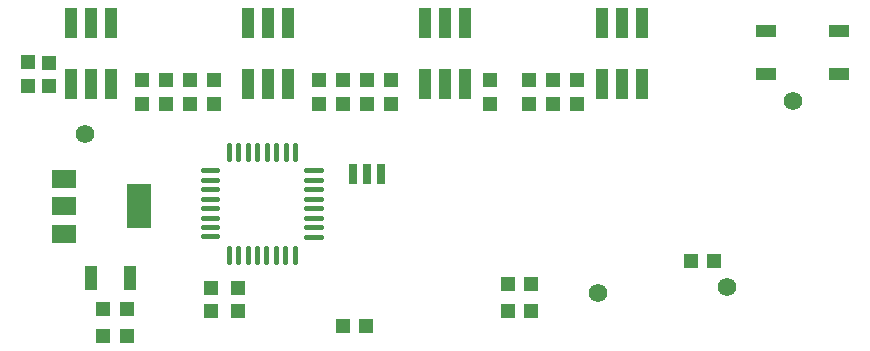
<source format=gtp>
G04 ---------------------------- Layer name :TOP PASTER LAYER*
G04 EasyEDA v5.5.15, Sun, 01 Jul 2018 10:37:49 GMT*
G04 c73fb6d924554c21b160e83e72d7d2f4*
G04 Gerber Generator version 0.2*
G04 Scale: 100 percent, Rotated: No, Reflected: No *
G04 Dimensions in millimeters *
G04 leading zeros omitted , absolute positions ,3 integer and 3 decimal *
%FSLAX33Y33*%
%MOMM*%
G90*
G71D02*

%ADD14C,0.450012*%
%ADD18C,1.575054*%
%ADD19R,1.999996X3.799992*%
%ADD20R,1.999996X1.499997*%
%ADD21R,0.701040X1.699260*%
%ADD22R,1.799996X1.099998*%
%ADD23R,1.099998X2.499995*%
%ADD24R,1.206500X1.206500*%
%ADD25R,1.206500X1.206998*%
%ADD26R,1.206500X1.207008*%
%ADD27C,1.574800*%
%ADD28R,1.207008X1.206500*%
%ADD29R,0.999998X1.999996*%

%LPD*%
G54D14*
G01X28194Y9763D02*
G01X28194Y10962D01*
G01X27393Y9763D02*
G01X27393Y10962D01*
G01X26593Y9763D02*
G01X26593Y10962D01*
G01X25793Y9763D02*
G01X25793Y10962D01*
G01X24996Y9763D02*
G01X24996Y10962D01*
G01X24196Y9763D02*
G01X24196Y10962D01*
G01X23395Y9763D02*
G01X23395Y10962D01*
G01X22595Y9763D02*
G01X22595Y10962D01*
G01X21630Y11938D02*
G01X20431Y11938D01*
G01X21630Y12738D02*
G01X20431Y12738D01*
G01X21630Y13538D02*
G01X20431Y13538D01*
G01X21630Y14338D02*
G01X20431Y14338D01*
G01X21630Y15135D02*
G01X20431Y15135D01*
G01X21630Y15935D02*
G01X20431Y15935D01*
G01X21630Y16736D02*
G01X20431Y16736D01*
G01X21630Y17536D02*
G01X20431Y17536D01*
G01X22606Y18526D02*
G01X22606Y19725D01*
G01X23406Y18526D02*
G01X23406Y19725D01*
G01X24206Y18526D02*
G01X24206Y19725D01*
G01X25006Y18526D02*
G01X25006Y19725D01*
G01X25803Y18526D02*
G01X25803Y19725D01*
G01X26603Y18526D02*
G01X26603Y19725D01*
G01X27404Y18526D02*
G01X27404Y19725D01*
G01X28204Y18526D02*
G01X28204Y19725D01*
G01X30368Y17526D02*
G01X29169Y17526D01*
G01X30368Y16725D02*
G01X29169Y16725D01*
G01X30368Y15925D02*
G01X29169Y15925D01*
G01X30368Y15125D02*
G01X29169Y15125D01*
G01X30368Y14328D02*
G01X29169Y14328D01*
G01X30368Y13528D02*
G01X29169Y13528D01*
G01X30368Y12727D02*
G01X29169Y12727D01*
G01X30368Y11927D02*
G01X29169Y11927D01*
G54D18*
G01X64770Y7620D03*
G01X70358Y23368D03*
G01X53848Y7112D03*
G54D19*
G01X14986Y14478D03*
G54D20*
G01X8685Y14478D03*
G01X8685Y12178D03*
G01X8685Y16777D03*
G54D21*
G01X33096Y17270D03*
G01X34290Y17270D03*
G01X35483Y17270D03*
G54D22*
G01X68070Y29371D03*
G01X68070Y25670D03*
G01X74270Y29371D03*
G01X74270Y25670D03*
G54D23*
G01X57580Y30031D03*
G01X55878Y30031D03*
G01X54179Y30031D03*
G01X57580Y24831D03*
G01X55880Y24831D03*
G01X54179Y24831D03*
G01X42594Y30031D03*
G01X40895Y30031D03*
G01X39196Y30031D03*
G01X42594Y24831D03*
G01X40895Y24831D03*
G01X39196Y24831D03*
G01X27608Y30031D03*
G01X25906Y30031D03*
G01X24207Y30031D03*
G01X27608Y24831D03*
G01X25908Y24831D03*
G01X24207Y24831D03*
G01X12622Y30031D03*
G01X10923Y30031D03*
G01X9224Y30031D03*
G01X12622Y24831D03*
G01X10923Y24831D03*
G01X9224Y24831D03*
G54D24*
G01X61723Y9904D03*
G01X63704Y9904D03*
G01X13971Y5840D03*
G01X11990Y5840D03*
G01X13971Y3554D03*
G01X11990Y3554D03*
G54D25*
G01X15241Y25147D03*
G54D24*
G01X15241Y23166D03*
G54D25*
G01X17273Y25147D03*
G54D24*
G01X17273Y23166D03*
G54D25*
G01X19305Y25147D03*
G54D24*
G01X19305Y23166D03*
G54D25*
G01X21337Y25147D03*
G54D24*
G01X21337Y23166D03*
G01X46226Y5589D03*
G01X48207Y5589D03*
G01X46226Y7875D03*
G01X48207Y7875D03*
G54D25*
G01X30227Y25147D03*
G54D24*
G01X30227Y23166D03*
G54D25*
G01X32259Y25147D03*
G54D24*
G01X32259Y23166D03*
G54D25*
G01X34291Y25147D03*
G54D24*
G01X34291Y23166D03*
G54D25*
G01X36323Y25147D03*
G54D24*
G01X36323Y23166D03*
G54D25*
G01X44705Y25147D03*
G54D24*
G01X44705Y23166D03*
G54D25*
G01X48007Y25147D03*
G54D24*
G01X48007Y23166D03*
G54D25*
G01X50039Y25147D03*
G54D24*
G01X50039Y23166D03*
G54D25*
G01X52071Y25147D03*
G54D24*
G01X52071Y23166D03*
G54D26*
G01X5589Y26671D03*
G54D24*
G01X5589Y24690D03*
G54D26*
G01X7367Y26668D03*
G54D24*
G01X7367Y24687D03*
G01X23371Y7618D03*
G01X23371Y5637D03*
G01X21083Y7618D03*
G01X21083Y5637D03*
G54D27*
G01X10414Y20574D03*
G54D28*
G01X32256Y4319D03*
G54D24*
G01X34237Y4319D03*
G54D29*
G01X10922Y8382D03*
G01X14224Y8382D03*
M00*
M02*

</source>
